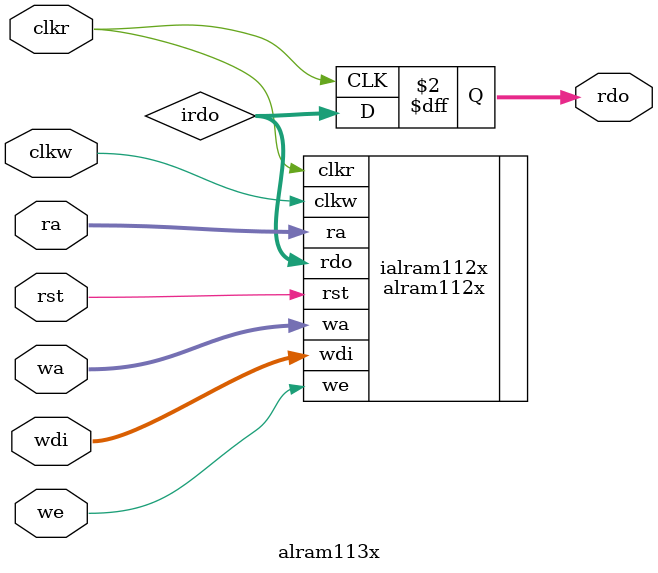
<source format=v>

module alram113x
    (
     clkw,//clock write
     clkr,//clock read
     rst,
     
     rdo,//data from ram
     ra,//read address
     
     wdi,//data to ram
     wa,//write address
     we //write enable
     );
////////////////////////////////////////////////////////////////////////////////
// Parameter declarations

parameter WID = 256;
parameter AWID = 5; //address width
parameter DEP = 1<<AWID;

////////////////////////////////////////////////////////////////////////////////
// Port declarations

input clkw;
input clkr;
input rst;

output [WID-1:0] rdo;
input [AWID-1:0] ra;

input [WID-1:0]  wdi;
input [AWID-1:0] wa;
input            we;

////////////////////////////////////////////////////////////////////////////////
// Local logic and instantiation

reg [WID-1:0]   rdo;
wire [WID-1:0]    irdo;

always@(posedge clkr)
    begin
    rdo <= irdo;
    end

alram112x
    #(WID,AWID)
ialram112x
    (
     .clkw(clkw),//clock write
     .clkr(clkr),//clock read
     .rst(rst),
     
     .rdo(irdo),//data from ram
     .ra(ra),//read address
     
     .wdi(wdi),//data to ram
     .wa(wa),//write address
     .we(we) //write enable
     );

endmodule
</source>
